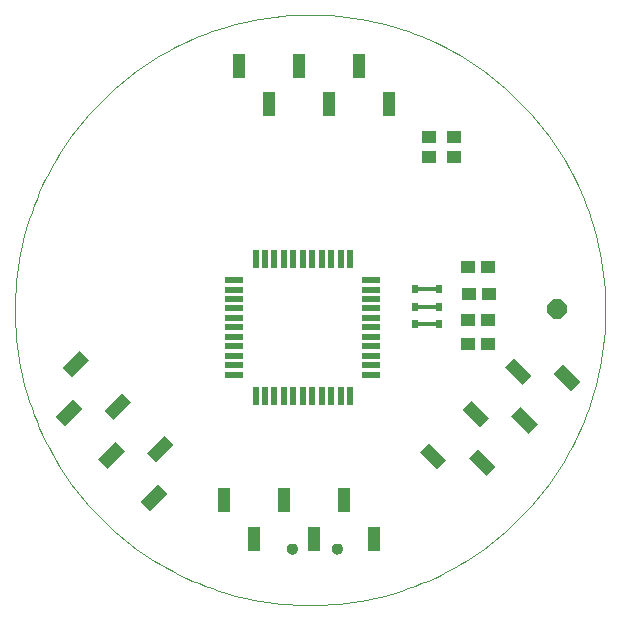
<source format=gts>
G75*
%MOIN*%
%OFA0B0*%
%FSLAX24Y24*%
%IPPOS*%
%LPD*%
%AMOC8*
5,1,8,0,0,1.08239X$1,22.5*
%
%ADD10C,0.0000*%
%ADD11R,0.0237X0.0631*%
%ADD12R,0.0631X0.0237*%
%ADD13R,0.0197X0.0315*%
%ADD14R,0.0630X0.0157*%
%ADD15R,0.0473X0.0434*%
%ADD16R,0.0434X0.0827*%
%ADD17R,0.0827X0.0434*%
%ADD18OC8,0.0640*%
%ADD19C,0.0375*%
D10*
X009175Y003001D02*
X009177Y003026D01*
X009183Y003051D01*
X009192Y003075D01*
X009205Y003097D01*
X009222Y003117D01*
X009241Y003134D01*
X009262Y003148D01*
X009286Y003158D01*
X009310Y003165D01*
X009336Y003168D01*
X009361Y003167D01*
X009386Y003162D01*
X009410Y003153D01*
X009433Y003141D01*
X009453Y003126D01*
X009471Y003107D01*
X009486Y003086D01*
X009497Y003063D01*
X009505Y003039D01*
X009509Y003014D01*
X009509Y002988D01*
X009505Y002963D01*
X009497Y002939D01*
X009486Y002916D01*
X009471Y002895D01*
X009453Y002876D01*
X009433Y002861D01*
X009410Y002849D01*
X009386Y002840D01*
X009361Y002835D01*
X009336Y002834D01*
X009310Y002837D01*
X009286Y002844D01*
X009262Y002854D01*
X009241Y002868D01*
X009222Y002885D01*
X009205Y002905D01*
X009192Y002927D01*
X009183Y002951D01*
X009177Y002976D01*
X009175Y003001D01*
X010671Y003001D02*
X010673Y003026D01*
X010679Y003051D01*
X010688Y003075D01*
X010701Y003097D01*
X010718Y003117D01*
X010737Y003134D01*
X010758Y003148D01*
X010782Y003158D01*
X010806Y003165D01*
X010832Y003168D01*
X010857Y003167D01*
X010882Y003162D01*
X010906Y003153D01*
X010929Y003141D01*
X010949Y003126D01*
X010967Y003107D01*
X010982Y003086D01*
X010993Y003063D01*
X011001Y003039D01*
X011005Y003014D01*
X011005Y002988D01*
X011001Y002963D01*
X010993Y002939D01*
X010982Y002916D01*
X010967Y002895D01*
X010949Y002876D01*
X010929Y002861D01*
X010906Y002849D01*
X010882Y002840D01*
X010857Y002835D01*
X010832Y002834D01*
X010806Y002837D01*
X010782Y002844D01*
X010758Y002854D01*
X010737Y002868D01*
X010718Y002885D01*
X010701Y002905D01*
X010688Y002927D01*
X010679Y002951D01*
X010673Y002976D01*
X010671Y003001D01*
X000100Y010957D02*
X000103Y011195D01*
X000111Y011433D01*
X000126Y011670D01*
X000146Y011907D01*
X000172Y012143D01*
X000203Y012379D01*
X000240Y012614D01*
X000283Y012848D01*
X000332Y013081D01*
X000386Y013313D01*
X000446Y013543D01*
X000511Y013772D01*
X000582Y013999D01*
X000658Y014224D01*
X000740Y014447D01*
X000827Y014669D01*
X000919Y014888D01*
X001017Y015105D01*
X001119Y015319D01*
X001227Y015531D01*
X001341Y015741D01*
X001459Y015947D01*
X001582Y016151D01*
X001710Y016351D01*
X001842Y016548D01*
X001980Y016743D01*
X002122Y016933D01*
X002269Y017121D01*
X002420Y017304D01*
X002575Y017484D01*
X002735Y017660D01*
X002899Y017832D01*
X003068Y018001D01*
X003240Y018165D01*
X003416Y018325D01*
X003596Y018480D01*
X003779Y018631D01*
X003967Y018778D01*
X004157Y018920D01*
X004352Y019058D01*
X004549Y019190D01*
X004749Y019318D01*
X004953Y019441D01*
X005159Y019559D01*
X005369Y019673D01*
X005581Y019781D01*
X005795Y019883D01*
X006012Y019981D01*
X006231Y020073D01*
X006453Y020160D01*
X006676Y020242D01*
X006901Y020318D01*
X007128Y020389D01*
X007357Y020454D01*
X007587Y020514D01*
X007819Y020568D01*
X008052Y020617D01*
X008286Y020660D01*
X008521Y020697D01*
X008757Y020728D01*
X008993Y020754D01*
X009230Y020774D01*
X009467Y020789D01*
X009705Y020797D01*
X009943Y020800D01*
X010181Y020797D01*
X010419Y020789D01*
X010656Y020774D01*
X010893Y020754D01*
X011129Y020728D01*
X011365Y020697D01*
X011600Y020660D01*
X011834Y020617D01*
X012067Y020568D01*
X012299Y020514D01*
X012529Y020454D01*
X012758Y020389D01*
X012985Y020318D01*
X013210Y020242D01*
X013433Y020160D01*
X013655Y020073D01*
X013874Y019981D01*
X014091Y019883D01*
X014305Y019781D01*
X014517Y019673D01*
X014727Y019559D01*
X014933Y019441D01*
X015137Y019318D01*
X015337Y019190D01*
X015534Y019058D01*
X015729Y018920D01*
X015919Y018778D01*
X016107Y018631D01*
X016290Y018480D01*
X016470Y018325D01*
X016646Y018165D01*
X016818Y018001D01*
X016987Y017832D01*
X017151Y017660D01*
X017311Y017484D01*
X017466Y017304D01*
X017617Y017121D01*
X017764Y016933D01*
X017906Y016743D01*
X018044Y016548D01*
X018176Y016351D01*
X018304Y016151D01*
X018427Y015947D01*
X018545Y015741D01*
X018659Y015531D01*
X018767Y015319D01*
X018869Y015105D01*
X018967Y014888D01*
X019059Y014669D01*
X019146Y014447D01*
X019228Y014224D01*
X019304Y013999D01*
X019375Y013772D01*
X019440Y013543D01*
X019500Y013313D01*
X019554Y013081D01*
X019603Y012848D01*
X019646Y012614D01*
X019683Y012379D01*
X019714Y012143D01*
X019740Y011907D01*
X019760Y011670D01*
X019775Y011433D01*
X019783Y011195D01*
X019786Y010957D01*
X019783Y010719D01*
X019775Y010481D01*
X019760Y010244D01*
X019740Y010007D01*
X019714Y009771D01*
X019683Y009535D01*
X019646Y009300D01*
X019603Y009066D01*
X019554Y008833D01*
X019500Y008601D01*
X019440Y008371D01*
X019375Y008142D01*
X019304Y007915D01*
X019228Y007690D01*
X019146Y007467D01*
X019059Y007245D01*
X018967Y007026D01*
X018869Y006809D01*
X018767Y006595D01*
X018659Y006383D01*
X018545Y006173D01*
X018427Y005967D01*
X018304Y005763D01*
X018176Y005563D01*
X018044Y005366D01*
X017906Y005171D01*
X017764Y004981D01*
X017617Y004793D01*
X017466Y004610D01*
X017311Y004430D01*
X017151Y004254D01*
X016987Y004082D01*
X016818Y003913D01*
X016646Y003749D01*
X016470Y003589D01*
X016290Y003434D01*
X016107Y003283D01*
X015919Y003136D01*
X015729Y002994D01*
X015534Y002856D01*
X015337Y002724D01*
X015137Y002596D01*
X014933Y002473D01*
X014727Y002355D01*
X014517Y002241D01*
X014305Y002133D01*
X014091Y002031D01*
X013874Y001933D01*
X013655Y001841D01*
X013433Y001754D01*
X013210Y001672D01*
X012985Y001596D01*
X012758Y001525D01*
X012529Y001460D01*
X012299Y001400D01*
X012067Y001346D01*
X011834Y001297D01*
X011600Y001254D01*
X011365Y001217D01*
X011129Y001186D01*
X010893Y001160D01*
X010656Y001140D01*
X010419Y001125D01*
X010181Y001117D01*
X009943Y001114D01*
X009705Y001117D01*
X009467Y001125D01*
X009230Y001140D01*
X008993Y001160D01*
X008757Y001186D01*
X008521Y001217D01*
X008286Y001254D01*
X008052Y001297D01*
X007819Y001346D01*
X007587Y001400D01*
X007357Y001460D01*
X007128Y001525D01*
X006901Y001596D01*
X006676Y001672D01*
X006453Y001754D01*
X006231Y001841D01*
X006012Y001933D01*
X005795Y002031D01*
X005581Y002133D01*
X005369Y002241D01*
X005159Y002355D01*
X004953Y002473D01*
X004749Y002596D01*
X004549Y002724D01*
X004352Y002856D01*
X004157Y002994D01*
X003967Y003136D01*
X003779Y003283D01*
X003596Y003434D01*
X003416Y003589D01*
X003240Y003749D01*
X003068Y003913D01*
X002899Y004082D01*
X002735Y004254D01*
X002575Y004430D01*
X002420Y004610D01*
X002269Y004793D01*
X002122Y004981D01*
X001980Y005171D01*
X001842Y005366D01*
X001710Y005563D01*
X001582Y005763D01*
X001459Y005967D01*
X001341Y006173D01*
X001227Y006383D01*
X001119Y006595D01*
X001017Y006809D01*
X000919Y007026D01*
X000827Y007245D01*
X000740Y007467D01*
X000658Y007690D01*
X000582Y007915D01*
X000511Y008142D01*
X000446Y008371D01*
X000386Y008601D01*
X000332Y008833D01*
X000283Y009066D01*
X000240Y009300D01*
X000203Y009535D01*
X000172Y009771D01*
X000146Y010007D01*
X000126Y010244D01*
X000111Y010481D01*
X000103Y010719D01*
X000100Y010957D01*
D11*
X008125Y012658D03*
X008440Y012658D03*
X008755Y012658D03*
X009070Y012658D03*
X009385Y012658D03*
X009700Y012658D03*
X010015Y012658D03*
X010330Y012658D03*
X010645Y012658D03*
X010960Y012658D03*
X011275Y012658D03*
X011275Y008091D03*
X010960Y008091D03*
X010645Y008091D03*
X010330Y008091D03*
X010015Y008091D03*
X009700Y008091D03*
X009385Y008091D03*
X009070Y008091D03*
X008755Y008091D03*
X008440Y008091D03*
X008125Y008091D03*
D12*
X007417Y008800D03*
X007417Y009115D03*
X007417Y009430D03*
X007417Y009745D03*
X007417Y010060D03*
X007417Y010375D03*
X007417Y010690D03*
X007417Y011005D03*
X007417Y011320D03*
X007417Y011634D03*
X007417Y011949D03*
X011983Y011949D03*
X011983Y011634D03*
X011983Y011320D03*
X011983Y011005D03*
X011983Y010690D03*
X011983Y010375D03*
X011983Y010060D03*
X011983Y009745D03*
X011983Y009430D03*
X011983Y009115D03*
X011983Y008800D03*
D13*
X013427Y010474D03*
X013427Y011065D03*
X013427Y011655D03*
X014253Y011655D03*
X014253Y011065D03*
X014253Y010474D03*
D14*
X013840Y010474D03*
X013840Y011065D03*
X013840Y011655D03*
D15*
X015245Y011495D03*
X015915Y011495D03*
X015865Y012375D03*
X015195Y012375D03*
X015215Y010625D03*
X015885Y010625D03*
X015885Y009805D03*
X015215Y009805D03*
X014750Y016060D03*
X014750Y016729D03*
X013900Y016719D03*
X013900Y016050D03*
D16*
X012590Y017805D03*
X011590Y019104D03*
X010590Y017805D03*
X009590Y019104D03*
X008590Y017805D03*
X007590Y019104D03*
X007080Y004614D03*
X008080Y003315D03*
X009080Y004614D03*
X010080Y003315D03*
X011080Y004614D03*
X012080Y003315D03*
D17*
G36*
X005191Y004838D02*
X004608Y004255D01*
X004301Y004562D01*
X004884Y005145D01*
X005191Y004838D01*
G37*
G36*
X005403Y006464D02*
X004820Y005881D01*
X004513Y006188D01*
X005096Y006771D01*
X005403Y006464D01*
G37*
G36*
X003989Y007878D02*
X003406Y007295D01*
X003099Y007602D01*
X003682Y008185D01*
X003989Y007878D01*
G37*
G36*
X003777Y006252D02*
X003194Y005669D01*
X002887Y005976D01*
X003470Y006559D01*
X003777Y006252D01*
G37*
G36*
X002363Y007666D02*
X001780Y007083D01*
X001473Y007390D01*
X002056Y007973D01*
X002363Y007666D01*
G37*
G36*
X002574Y009292D02*
X001991Y008709D01*
X001684Y009016D01*
X002267Y009599D01*
X002574Y009292D01*
G37*
G36*
X014183Y005633D02*
X013600Y006216D01*
X013907Y006523D01*
X014490Y005940D01*
X014183Y005633D01*
G37*
G36*
X015809Y005422D02*
X015226Y006005D01*
X015533Y006312D01*
X016116Y005729D01*
X015809Y005422D01*
G37*
G36*
X017223Y006836D02*
X016640Y007419D01*
X016947Y007726D01*
X017530Y007143D01*
X017223Y006836D01*
G37*
G36*
X015597Y007048D02*
X015014Y007631D01*
X015321Y007938D01*
X015904Y007355D01*
X015597Y007048D01*
G37*
G36*
X017012Y008462D02*
X016429Y009045D01*
X016736Y009352D01*
X017319Y008769D01*
X017012Y008462D01*
G37*
G36*
X018637Y008250D02*
X018054Y008833D01*
X018361Y009140D01*
X018944Y008557D01*
X018637Y008250D01*
G37*
D18*
X018170Y010995D03*
D19*
X010838Y003001D03*
X009342Y003001D03*
M02*

</source>
